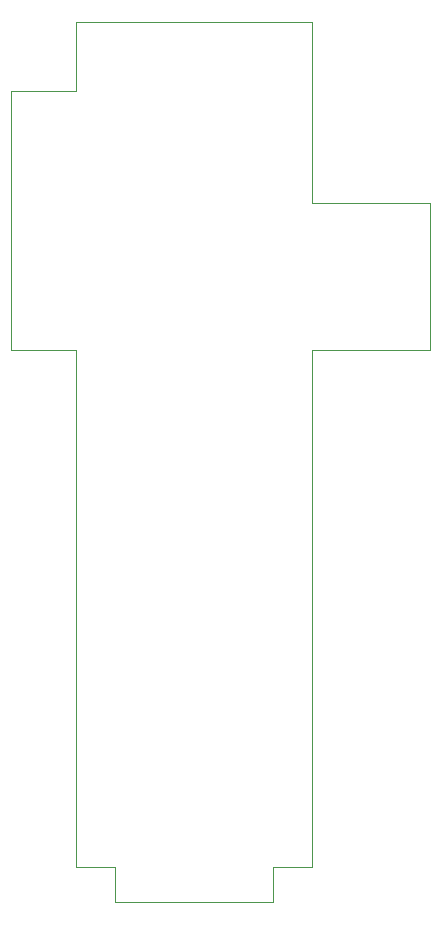
<source format=gbr>
%TF.GenerationSoftware,KiCad,Pcbnew,8.0.7*%
%TF.CreationDate,2024-12-24T11:10:27-06:00*%
%TF.ProjectId,room_environment_monitor,726f6f6d-5f65-46e7-9669-726f6e6d656e,rev?*%
%TF.SameCoordinates,Original*%
%TF.FileFunction,Profile,NP*%
%FSLAX46Y46*%
G04 Gerber Fmt 4.6, Leading zero omitted, Abs format (unit mm)*
G04 Created by KiCad (PCBNEW 8.0.7) date 2024-12-24 11:10:27*
%MOMM*%
%LPD*%
G01*
G04 APERTURE LIST*
%TA.AperFunction,Profile*%
%ADD10C,0.100000*%
%TD*%
G04 APERTURE END LIST*
D10*
X20000000Y71500000D02*
X20000000Y56250000D01*
X3300000Y-3000000D02*
X3300000Y0D01*
X20000000Y56250000D02*
X30000000Y56250000D01*
X0Y71500000D02*
X20000000Y71500000D01*
X0Y65700000D02*
X0Y71500000D01*
X0Y43750000D02*
X-5500000Y43750000D01*
X20000000Y43750000D02*
X20000000Y0D01*
X30000000Y56250000D02*
X30000000Y43750000D01*
X16700000Y-3000000D02*
X3300000Y-3000000D01*
X3300000Y0D02*
X0Y0D01*
X16700000Y0D02*
X16700000Y-3000000D01*
X0Y0D02*
X0Y43750000D01*
X30000000Y43750000D02*
X20000000Y43750000D01*
X-5500000Y65700000D02*
X0Y65700000D01*
X-5500000Y65700000D02*
X-5500000Y43750000D01*
X20000000Y0D02*
X16700000Y0D01*
M02*

</source>
